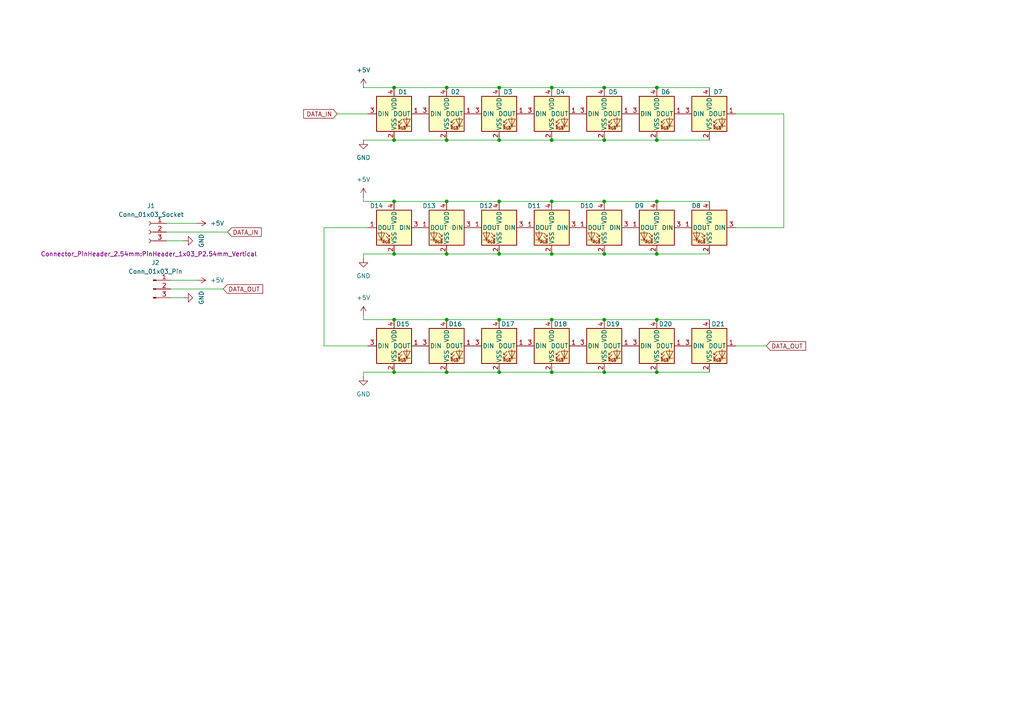
<source format=kicad_sch>
(kicad_sch (version 20231120) (generator "eeschema") (generator_version "8.0")
  (paper "A4")
  (lib_symbols
    (symbol "Connector:Conn_01x03_Pin" (pin_names (offset 1.016) hide)
      (property "Reference" "J" (at 0 5.08 0))
      (property "Value" "Conn_01x03_Pin" (at 0 -5.08 0))
      (symbol "Conn_01x03_Pin_1_1"
        (polyline (pts (xy 1.27 -2.54) (xy 0.8636 -2.54)) (stroke (width 0.1524)))
        (polyline (pts (xy 1.27 0) (xy 0.8636 0)) (stroke (width 0.1524)))
        (polyline (pts (xy 1.27 2.54) (xy 0.8636 2.54)) (stroke (width 0.1524)))
        (rectangle (start 0.8636 -2.413) (end 0 -2.667) (stroke (width 0.1524)) (fill (type outline)))
        (rectangle (start 0.8636 0.127) (end 0 -0.127) (stroke (width 0.1524)) (fill (type outline)))
        (rectangle (start 0.8636 2.667) (end 0 2.413) (stroke (width 0.1524)) (fill (type outline)))
        (pin passive line (at 5.08 2.54 180) (length 3.81) (name "Pin_1") (number "1"))
        (pin passive line (at 5.08 0 180) (length 3.81) (name "Pin_2") (number "2"))
        (pin passive line (at 5.08 -2.54 180) (length 3.81) (name "Pin_3") (number "3"))
      )
    )
    (symbol "Connector:Conn_01x03_Socket" (pin_names (offset 1.016) hide)
      (property "Reference" "J" (at 0 5.08 0))
      (property "Value" "Conn_01x03_Socket" (at 0 -5.08 0))
      (symbol "Conn_01x03_Socket_1_1"
        (arc (start 0 -2.032) (mid -0.5058 -2.54) (end 0 -3.048) (stroke (width 0.1524)))
        (polyline (pts (xy -1.27 -2.54) (xy -0.508 -2.54)) (stroke (width 0.1524)))
        (polyline (pts (xy -1.27 0) (xy -0.508 0)) (stroke (width 0.1524)))
        (polyline (pts (xy -1.27 2.54) (xy -0.508 2.54)) (stroke (width 0.1524)))
        (arc (start 0 0.508) (mid -0.5058 0) (end 0 -0.508) (stroke (width 0.1524)))
        (arc (start 0 3.048) (mid -0.5058 2.54) (end 0 2.032) (stroke (width 0.1524)))
        (pin passive line (at -5.08 2.54 0) (length 3.81) (name "Pin_1") (number "1"))
        (pin passive line (at -5.08 0 0) (length 3.81) (name "Pin_2") (number "2"))
        (pin passive line (at -5.08 -2.54 0) (length 3.81) (name "Pin_3") (number "3"))
      )
    )
    (symbol "LED:WS2812B-2020" (pin_names (offset 0.254))
      (property "Reference" "D" (at 5.08 5.715 0))
      (property "Value" "WS2812B-2020" (at 1.27 -5.715 0))
      (symbol "WS2812B-2020_0_0"
        (text "RGB" (at 2.286 -4.191 0) (effects (font (size 0.762 0.762))))
      )
      (symbol "WS2812B-2020_0_1"
        (polyline (pts (xy 1.27 -3.556) (xy 1.778 -3.556)))
        (polyline (pts (xy 1.27 -2.54) (xy 1.778 -2.54)))
        (polyline (pts (xy 4.699 -3.556) (xy 2.667 -3.556)))
        (polyline (pts (xy 2.286 -2.54) (xy 1.27 -3.556) (xy 1.27 -3.048)))
        (polyline (pts (xy 2.286 -1.524) (xy 1.27 -2.54) (xy 1.27 -2.032)))
        (polyline (pts (xy 3.683 -1.016) (xy 3.683 -3.556) (xy 3.683 -4.064)))
        (polyline (pts (xy 4.699 -1.524) (xy 2.667 -1.524) (xy 3.683 -3.556) (xy 4.699 -1.524)))
        (rectangle (start 5.08 5.08) (end -5.08 -5.08) (stroke (width 0.254)) (fill (type background)))
      )
      (symbol "WS2812B-2020_1_1"
        (pin output line (at 7.62 0 180) (length 2.54) (name "DOUT") (number "1"))
        (pin power_in line (at 0 -7.62 90) (length 2.54) (name "VSS") (number "2"))
        (pin input line (at -7.62 0 0) (length 2.54) (name "DIN") (number "3"))
        (pin power_in line (at 0 7.62 270) (length 2.54) (name "VDD") (number "4"))
      )
    )
    (symbol "power:+5V" (power) (pin_numbers hide) (pin_names (offset 0) hide)
      (property "Value" "+5V" (at 0 3.556 0))
      (symbol "+5V_0_1"
        (polyline (pts (xy -0.762 1.27) (xy 0 2.54)))
        (polyline (pts (xy 0 0) (xy 0 2.54)))
        (polyline (pts (xy 0 2.54) (xy 0.762 1.27)))
      )
      (symbol "+5V_1_1"
        (pin power_in line (at 0 0 90) (length 0) (name "~") (number "1"))
      )
    )
    (symbol "power:GND" (power) (pin_numbers hide) (pin_names (offset 0) hide)
      (property "Value" "GND" (at 0 -3.81 0))
      (symbol "GND_0_1"
        (polyline (pts (xy 0 0) (xy 0 -1.27) (xy 1.27 -1.27) (xy 0 -2.54) (xy -1.27 -1.27) (xy 0 -1.27)))
      )
      (symbol "GND_1_1"
        (pin power_in line (at 0 0 270) (length 0) (name "~") (number "1"))
      )
    )
  )
  (junction (at 175.26 25.4))
  (junction (at 129.54 107.95))
  (junction (at 129.54 73.66))
  (junction (at 160.02 107.95))
  (junction (at 160.02 25.4))
  (junction (at 114.3 107.95))
  (junction (at 190.5 73.66))
  (junction (at 129.54 58.42))
  (junction (at 190.5 25.4))
  (junction (at 114.3 25.4))
  (junction (at 190.5 107.95))
  (junction (at 114.3 73.66))
  (junction (at 144.78 40.64))
  (junction (at 160.02 73.66))
  (junction (at 190.5 58.42))
  (junction (at 129.54 92.71))
  (junction (at 160.02 92.71))
  (junction (at 175.26 107.95))
  (junction (at 144.78 58.42))
  (junction (at 160.02 40.64))
  (junction (at 144.78 25.4))
  (junction (at 114.3 92.71))
  (junction (at 175.26 40.64))
  (junction (at 190.5 92.71))
  (junction (at 175.26 58.42))
  (junction (at 129.54 40.64))
  (junction (at 190.5 40.64))
  (junction (at 144.78 73.66))
  (junction (at 175.26 92.71))
  (junction (at 144.78 107.95))
  (junction (at 129.54 25.4))
  (junction (at 160.02 58.42))
  (junction (at 114.3 58.42))
  (junction (at 175.26 73.66))
  (junction (at 144.78 92.71))
  (junction (at 114.3 40.64))
  (wire (pts (xy 105.41 58.42) (xy 114.3 58.42)))
  (wire (pts (xy 114.3 92.71) (xy 129.54 92.71)))
  (wire (pts (xy 114.3 25.4) (xy 129.54 25.4)))
  (wire (pts (xy 105.41 92.71) (xy 114.3 92.71)))
  (wire (pts (xy 105.41 91.44) (xy 105.41 92.71)))
  (wire (pts (xy 129.54 40.64) (xy 144.78 40.64)))
  (wire (pts (xy 160.02 25.4) (xy 175.26 25.4)))
  (wire (pts (xy 114.3 40.64) (xy 129.54 40.64)))
  (wire (pts (xy 227.33 66.04) (xy 227.33 33.02)))
  (wire (pts (xy 175.26 25.4) (xy 190.5 25.4)))
  (wire (pts (xy 144.78 25.4) (xy 160.02 25.4)))
  (wire (pts (xy 105.41 40.64) (xy 114.3 40.64)))
  (wire (pts (xy 160.02 92.71) (xy 175.26 92.71)))
  (wire (pts (xy 105.41 25.4) (xy 114.3 25.4)))
  (wire (pts (xy 190.5 73.66) (xy 205.74 73.66)))
  (wire (pts (xy 175.26 58.42) (xy 190.5 58.42)))
  (wire (pts (xy 129.54 73.66) (xy 144.78 73.66)))
  (wire (pts (xy 105.41 57.15) (xy 105.41 58.42)))
  (wire (pts (xy 114.3 58.42) (xy 129.54 58.42)))
  (wire (pts (xy 175.26 73.66) (xy 190.5 73.66)))
  (wire (pts (xy 144.78 107.95) (xy 160.02 107.95)))
  (wire (pts (xy 93.98 100.33) (xy 106.68 100.33)))
  (wire (pts (xy 213.36 33.02) (xy 227.33 33.02)))
  (wire (pts (xy 190.5 40.64) (xy 205.74 40.64)))
  (wire (pts (xy 144.78 58.42) (xy 160.02 58.42)))
  (wire (pts (xy 114.3 73.66) (xy 129.54 73.66)))
  (wire (pts (xy 144.78 92.71) (xy 160.02 92.71)))
  (wire (pts (xy 105.41 107.95) (xy 105.41 109.22)))
  (wire (pts (xy 105.41 73.66) (xy 114.3 73.66)))
  (wire (pts (xy 160.02 107.95) (xy 175.26 107.95)))
  (wire (pts (xy 129.54 92.71) (xy 144.78 92.71)))
  (wire (pts (xy 105.41 73.66) (xy 105.41 74.93)))
  (wire (pts (xy 160.02 40.64) (xy 175.26 40.64)))
  (wire (pts (xy 144.78 40.64) (xy 160.02 40.64)))
  (wire (pts (xy 114.3 107.95) (xy 129.54 107.95)))
  (wire (pts (xy 48.26 67.31) (xy 66.04 67.31)))
  (wire (pts (xy 160.02 73.66) (xy 175.26 73.66)))
  (wire (pts (xy 48.26 69.85) (xy 53.34 69.85)))
  (wire (pts (xy 49.53 81.28) (xy 57.15 81.28)))
  (wire (pts (xy 190.5 58.42) (xy 205.74 58.42)))
  (wire (pts (xy 144.78 73.66) (xy 160.02 73.66)))
  (wire (pts (xy 49.53 86.36) (xy 53.34 86.36)))
  (wire (pts (xy 175.26 107.95) (xy 190.5 107.95)))
  (wire (pts (xy 175.26 92.71) (xy 190.5 92.71)))
  (wire (pts (xy 105.41 107.95) (xy 114.3 107.95)))
  (wire (pts (xy 160.02 58.42) (xy 175.26 58.42)))
  (wire (pts (xy 93.98 66.04) (xy 106.68 66.04)))
  (wire (pts (xy 213.36 100.33) (xy 222.25 100.33)))
  (wire (pts (xy 175.26 40.64) (xy 190.5 40.64)))
  (wire (pts (xy 190.5 25.4) (xy 205.74 25.4)))
  (wire (pts (xy 93.98 66.04) (xy 93.98 100.33)))
  (wire (pts (xy 49.53 83.82) (xy 64.77 83.82)))
  (wire (pts (xy 190.5 107.95) (xy 205.74 107.95)))
  (wire (pts (xy 97.79 33.02) (xy 106.68 33.02)))
  (wire (pts (xy 129.54 58.42) (xy 144.78 58.42)))
  (wire (pts (xy 213.36 66.04) (xy 227.33 66.04)))
  (wire (pts (xy 48.26 64.77) (xy 57.15 64.77)))
  (wire (pts (xy 129.54 107.95) (xy 144.78 107.95)))
  (wire (pts (xy 190.5 92.71) (xy 205.74 92.71)))
  (wire (pts (xy 129.54 25.4) (xy 144.78 25.4)))
  (global_label "DATA_OUT" (shape input) (at 64.77 83.82 0) (property "Intersheetrefs" "${INTERSHEET_REFS}" (effects (hide yes))))
  (global_label "DATA_IN" (shape input) (at 97.79 33.02 180) (property "Intersheetrefs" "${INTERSHEET_REFS}" (effects (hide yes))))
  (global_label "DATA_IN" (shape input) (at 66.04 67.31 0) (property "Intersheetrefs" "${INTERSHEET_REFS}" (effects (hide yes))))
  (global_label "DATA_OUT" (shape input) (at 222.25 100.33 0) (property "Intersheetrefs" "${INTERSHEET_REFS}" (effects (hide yes))))
  (symbol (lib_id "power:+5V") (at 105.41 25.4 0) (unit 1)
    (property "Reference" "#PWR02" (effects (hide yes)))
    (property "Value" "+5V" (at 105.41 20.32 0))
    (property "Description" "Power symbol creates a global label with name \"+5V\"" (effects (hide yes)))
  )
  (symbol (lib_id "LED:WS2812B-2020") (at 160.02 33.02 0) (unit 1)
    (property "Reference" "D4" (at 162.56 26.67 0))
    (property "Value" "WS2812B-2020" (effects (hide yes)))
    (property "Footprint" "LED_SMD:LED_WS2812B-2020_PLCC4_2.0x2.0mm" (effects (hide yes)))
    (property "Datasheet" "https://cdn-shop.adafruit.com/product-files/4684/4684_WS2812B-2020_V1.3_EN.pdf" (effects (hide yes)))
    (property "Description" "RGB LED with integrated controller, 2.0 x 2.0 mm, 12 mA" (effects (hide yes)))
  )
  (symbol (lib_id "power:GND") (at 105.41 109.22 0) (unit 1)
    (property "Reference" "#PWR06" (effects (hide yes)))
    (property "Value" "GND" (at 105.41 114.3 0))
    (property "Description" "Power symbol creates a global label with name \"GND\" , ground" (effects (hide yes)))
  )
  (symbol (lib_id "Connector:Conn_01x03_Pin") (at 44.45 83.82 0) (unit 1) (in_bom no)
    (property "Reference" "J2" (at 45.085 76.2 0))
    (property "Value" "Conn_01x03_Pin" (at 45.085 78.74 0))
    (property "Footprint" "Connector_PinHeader_2.54mm:PinHeader_1x03_P2.54mm_Vertical" (effects (hide yes)))
    (property "Description" "Generic connector, single row, 01x03, script generated" (effects (hide yes)))
  )
  (symbol (lib_id "power:GND") (at 53.34 86.36 90) (unit 1)
    (property "Reference" "#PWR011" (effects (hide yes)))
    (property "Value" "GND" (at 58.42 86.36 0))
    (property "Description" "Power symbol creates a global label with name \"GND\" , ground" (effects (hide yes)))
  )
  (symbol (lib_id "LED:WS2812B-2020") (at 114.3 33.02 0) (unit 1)
    (property "Reference" "D1" (at 116.84 26.67 0))
    (property "Value" "WS2812B-2020" (effects (hide yes)))
    (property "Footprint" "LED_SMD:LED_WS2812B-2020_PLCC4_2.0x2.0mm" (effects (hide yes)))
    (property "Datasheet" "https://cdn-shop.adafruit.com/product-files/4684/4684_WS2812B-2020_V1.3_EN.pdf" (effects (hide yes)))
    (property "Description" "RGB LED with integrated controller, 2.0 x 2.0 mm, 12 mA" (effects (hide yes)))
  )
  (symbol (lib_id "power:GND") (at 105.41 40.64 0) (unit 1)
    (property "Reference" "#PWR01" (effects (hide yes)))
    (property "Value" "GND" (at 105.41 45.72 0))
    (property "Description" "Power symbol creates a global label with name \"GND\" , ground" (effects (hide yes)))
  )
  (symbol (lib_id "LED:WS2812B-2020") (at 114.3 100.33 0) (unit 1)
    (property "Reference" "D15" (at 116.84 93.98 0))
    (property "Value" "WS2812B-2020" (effects (hide yes)))
    (property "Footprint" "LED_SMD:LED_WS2812B-2020_PLCC4_2.0x2.0mm" (effects (hide yes)))
    (property "Datasheet" "https://cdn-shop.adafruit.com/product-files/4684/4684_WS2812B-2020_V1.3_EN.pdf" (effects (hide yes)))
    (property "Description" "RGB LED with integrated controller, 2.0 x 2.0 mm, 12 mA" (effects (hide yes)))
  )
  (symbol (lib_id "LED:WS2812B-2020") (at 129.54 100.33 0) (unit 1)
    (property "Reference" "D16" (at 132.08 93.98 0))
    (property "Value" "WS2812B-2020" (effects (hide yes)))
    (property "Footprint" "LED_SMD:LED_WS2812B-2020_PLCC4_2.0x2.0mm" (effects (hide yes)))
    (property "Datasheet" "https://cdn-shop.adafruit.com/product-files/4684/4684_WS2812B-2020_V1.3_EN.pdf" (effects (hide yes)))
    (property "Description" "RGB LED with integrated controller, 2.0 x 2.0 mm, 12 mA" (effects (hide yes)))
  )
  (symbol (lib_id "LED:WS2812B-2020") (at 144.78 33.02 0) (unit 1)
    (property "Reference" "D3" (at 147.32 26.67 0))
    (property "Value" "WS2812B-2020" (effects (hide yes)))
    (property "Footprint" "LED_SMD:LED_WS2812B-2020_PLCC4_2.0x2.0mm" (effects (hide yes)))
    (property "Datasheet" "https://cdn-shop.adafruit.com/product-files/4684/4684_WS2812B-2020_V1.3_EN.pdf" (effects (hide yes)))
    (property "Description" "RGB LED with integrated controller, 2.0 x 2.0 mm, 12 mA" (effects (hide yes)))
  )
  (symbol (lib_id "power:GND") (at 53.34 69.85 90) (unit 1)
    (property "Reference" "#PWR010" (effects (hide yes)))
    (property "Value" "GND" (at 58.42 69.85 0))
    (property "Description" "Power symbol creates a global label with name \"GND\" , ground" (effects (hide yes)))
  )
  (symbol (lib_id "LED:WS2812B-2020") (at 129.54 66.04 0) (mirror y) (unit 1)
    (property "Reference" "D13" (at 124.46 59.69 0))
    (property "Value" "WS2812B-2020" (effects (hide yes)))
    (property "Footprint" "LED_SMD:LED_WS2812B-2020_PLCC4_2.0x2.0mm" (effects (hide yes)))
    (property "Datasheet" "https://cdn-shop.adafruit.com/product-files/4684/4684_WS2812B-2020_V1.3_EN.pdf" (effects (hide yes)))
    (property "Description" "RGB LED with integrated controller, 2.0 x 2.0 mm, 12 mA" (effects (hide yes)))
  )
  (symbol (lib_id "LED:WS2812B-2020") (at 175.26 100.33 0) (unit 1)
    (property "Reference" "D19" (at 177.8 93.98 0))
    (property "Value" "WS2812B-2020" (effects (hide yes)))
    (property "Footprint" "LED_SMD:LED_WS2812B-2020_PLCC4_2.0x2.0mm" (effects (hide yes)))
    (property "Datasheet" "https://cdn-shop.adafruit.com/product-files/4684/4684_WS2812B-2020_V1.3_EN.pdf" (effects (hide yes)))
    (property "Description" "RGB LED with integrated controller, 2.0 x 2.0 mm, 12 mA" (effects (hide yes)))
  )
  (symbol (lib_id "LED:WS2812B-2020") (at 175.26 33.02 0) (unit 1)
    (property "Reference" "D5" (at 177.8 26.67 0))
    (property "Value" "WS2812B-2020" (effects (hide yes)))
    (property "Footprint" "LED_SMD:LED_WS2812B-2020_PLCC4_2.0x2.0mm" (effects (hide yes)))
    (property "Datasheet" "https://cdn-shop.adafruit.com/product-files/4684/4684_WS2812B-2020_V1.3_EN.pdf" (effects (hide yes)))
    (property "Description" "RGB LED with integrated controller, 2.0 x 2.0 mm, 12 mA" (effects (hide yes)))
  )
  (symbol (lib_id "power:+5V") (at 105.41 57.15 0) (unit 1)
    (property "Reference" "#PWR03" (effects (hide yes)))
    (property "Value" "+5V" (at 105.41 52.07 0))
    (property "Description" "Power symbol creates a global label with name \"+5V\"" (effects (hide yes)))
  )
  (symbol (lib_id "Connector:Conn_01x03_Socket") (at 43.18 67.31 0) (mirror y) (unit 1) (on_board no)
    (property "Reference" "J1" (at 43.815 59.69 0))
    (property "Value" "Conn_01x03_Socket" (at 43.815 62.23 0))
    (property "Footprint" "Connector_PinHeader_2.54mm:PinHeader_1x03_P2.54mm_Vertical" (at 43.18 73.66 0))
    (property "Description" "Generic connector, single row, 01x03, script generated" (effects (hide yes)))
  )
  (symbol (lib_id "power:+5V") (at 105.41 91.44 0) (unit 1)
    (property "Reference" "#PWR05" (effects (hide yes)))
    (property "Value" "+5V" (at 105.41 86.36 0))
    (property "Description" "Power symbol creates a global label with name \"+5V\"" (effects (hide yes)))
  )
  (symbol (lib_id "LED:WS2812B-2020") (at 144.78 100.33 0) (unit 1)
    (property "Reference" "D17" (at 147.32 93.98 0))
    (property "Value" "WS2812B-2020" (effects (hide yes)))
    (property "Footprint" "LED_SMD:LED_WS2812B-2020_PLCC4_2.0x2.0mm" (effects (hide yes)))
    (property "Datasheet" "https://cdn-shop.adafruit.com/product-files/4684/4684_WS2812B-2020_V1.3_EN.pdf" (effects (hide yes)))
    (property "Description" "RGB LED with integrated controller, 2.0 x 2.0 mm, 12 mA" (effects (hide yes)))
  )
  (symbol (lib_id "LED:WS2812B-2020") (at 205.74 33.02 0) (unit 1)
    (property "Reference" "D7" (at 208.28 26.67 0))
    (property "Value" "WS2812B-2020" (effects (hide yes)))
    (property "Footprint" "LED_SMD:LED_WS2812B-2020_PLCC4_2.0x2.0mm" (effects (hide yes)))
    (property "Datasheet" "https://cdn-shop.adafruit.com/product-files/4684/4684_WS2812B-2020_V1.3_EN.pdf" (effects (hide yes)))
    (property "Description" "RGB LED with integrated controller, 2.0 x 2.0 mm, 12 mA" (effects (hide yes)))
  )
  (symbol (lib_id "LED:WS2812B-2020") (at 205.74 66.04 0) (mirror y) (unit 1)
    (property "Reference" "D8" (at 201.93 59.69 0))
    (property "Value" "WS2812B-2020" (effects (hide yes)))
    (property "Footprint" "LED_SMD:LED_WS2812B-2020_PLCC4_2.0x2.0mm" (effects (hide yes)))
    (property "Datasheet" "https://cdn-shop.adafruit.com/product-files/4684/4684_WS2812B-2020_V1.3_EN.pdf" (effects (hide yes)))
    (property "Description" "RGB LED with integrated controller, 2.0 x 2.0 mm, 12 mA" (effects (hide yes)))
  )
  (symbol (lib_id "LED:WS2812B-2020") (at 190.5 100.33 0) (unit 1)
    (property "Reference" "D20" (at 193.04 93.98 0))
    (property "Value" "WS2812B-2020" (effects (hide yes)))
    (property "Footprint" "LED_SMD:LED_WS2812B-2020_PLCC4_2.0x2.0mm" (effects (hide yes)))
    (property "Datasheet" "https://cdn-shop.adafruit.com/product-files/4684/4684_WS2812B-2020_V1.3_EN.pdf" (effects (hide yes)))
    (property "Description" "RGB LED with integrated controller, 2.0 x 2.0 mm, 12 mA" (effects (hide yes)))
  )
  (symbol (lib_id "power:GND") (at 105.41 74.93 0) (unit 1)
    (property "Reference" "#PWR04" (effects (hide yes)))
    (property "Value" "GND" (at 105.41 80.01 0))
    (property "Description" "Power symbol creates a global label with name \"GND\" , ground" (effects (hide yes)))
  )
  (symbol (lib_id "LED:WS2812B-2020") (at 160.02 100.33 0) (unit 1)
    (property "Reference" "D18" (at 162.56 93.98 0))
    (property "Value" "WS2812B-2020" (effects (hide yes)))
    (property "Footprint" "LED_SMD:LED_WS2812B-2020_PLCC4_2.0x2.0mm" (effects (hide yes)))
    (property "Datasheet" "https://cdn-shop.adafruit.com/product-files/4684/4684_WS2812B-2020_V1.3_EN.pdf" (effects (hide yes)))
    (property "Description" "RGB LED with integrated controller, 2.0 x 2.0 mm, 12 mA" (effects (hide yes)))
  )
  (symbol (lib_id "LED:WS2812B-2020") (at 190.5 33.02 0) (unit 1)
    (property "Reference" "D6" (at 193.04 26.67 0))
    (property "Value" "WS2812B-2020" (effects (hide yes)))
    (property "Footprint" "LED_SMD:LED_WS2812B-2020_PLCC4_2.0x2.0mm" (effects (hide yes)))
    (property "Datasheet" "https://cdn-shop.adafruit.com/product-files/4684/4684_WS2812B-2020_V1.3_EN.pdf" (effects (hide yes)))
    (property "Description" "RGB LED with integrated controller, 2.0 x 2.0 mm, 12 mA" (effects (hide yes)))
  )
  (symbol (lib_id "LED:WS2812B-2020") (at 114.3 66.04 0) (mirror y) (unit 1)
    (property "Reference" "D14" (at 109.22 59.69 0))
    (property "Value" "WS2812B-2020" (effects (hide yes)))
    (property "Footprint" "LED_SMD:LED_WS2812B-2020_PLCC4_2.0x2.0mm" (effects (hide yes)))
    (property "Datasheet" "https://cdn-shop.adafruit.com/product-files/4684/4684_WS2812B-2020_V1.3_EN.pdf" (effects (hide yes)))
    (property "Description" "RGB LED with integrated controller, 2.0 x 2.0 mm, 12 mA" (effects (hide yes)))
  )
  (symbol (lib_id "LED:WS2812B-2020") (at 205.74 100.33 0) (unit 1)
    (property "Reference" "D21" (at 208.28 93.98 0))
    (property "Value" "WS2812B-2020" (effects (hide yes)))
    (property "Footprint" "LED_SMD:LED_WS2812B-2020_PLCC4_2.0x2.0mm" (effects (hide yes)))
    (property "Datasheet" "https://cdn-shop.adafruit.com/product-files/4684/4684_WS2812B-2020_V1.3_EN.pdf" (effects (hide yes)))
    (property "Description" "RGB LED with integrated controller, 2.0 x 2.0 mm, 12 mA" (effects (hide yes)))
  )
  (symbol (lib_id "LED:WS2812B-2020") (at 129.54 33.02 0) (unit 1)
    (property "Reference" "D2" (at 132.08 26.67 0))
    (property "Value" "WS2812B-2020" (effects (hide yes)))
    (property "Footprint" "LED_SMD:LED_WS2812B-2020_PLCC4_2.0x2.0mm" (effects (hide yes)))
    (property "Datasheet" "https://cdn-shop.adafruit.com/product-files/4684/4684_WS2812B-2020_V1.3_EN.pdf" (effects (hide yes)))
    (property "Description" "RGB LED with integrated controller, 2.0 x 2.0 mm, 12 mA" (effects (hide yes)))
  )
  (symbol (lib_id "LED:WS2812B-2020") (at 190.5 66.04 0) (mirror y) (unit 1)
    (property "Reference" "D9" (at 185.42 59.69 0))
    (property "Value" "WS2812B-2020" (effects (hide yes)))
    (property "Footprint" "LED_SMD:LED_WS2812B-2020_PLCC4_2.0x2.0mm" (effects (hide yes)))
    (property "Datasheet" "https://cdn-shop.adafruit.com/product-files/4684/4684_WS2812B-2020_V1.3_EN.pdf" (effects (hide yes)))
    (property "Description" "RGB LED with integrated controller, 2.0 x 2.0 mm, 12 mA" (effects (hide yes)))
  )
  (symbol (lib_id "LED:WS2812B-2020") (at 175.26 66.04 0) (mirror y) (unit 1)
    (property "Reference" "D10" (at 170.18 59.69 0))
    (property "Value" "WS2812B-2020" (effects (hide yes)))
    (property "Footprint" "LED_SMD:LED_WS2812B-2020_PLCC4_2.0x2.0mm" (effects (hide yes)))
    (property "Datasheet" "https://cdn-shop.adafruit.com/product-files/4684/4684_WS2812B-2020_V1.3_EN.pdf" (effects (hide yes)))
    (property "Description" "RGB LED with integrated controller, 2.0 x 2.0 mm, 12 mA" (effects (hide yes)))
  )
  (symbol (lib_id "power:+5V") (at 57.15 64.77 270) (unit 1)
    (property "Reference" "#PWR09" (effects (hide yes)))
    (property "Value" "+5V" (at 60.96 64.7699 90) (effects (justify left)))
    (property "Description" "Power symbol creates a global label with name \"+5V\"" (effects (hide yes)))
  )
  (symbol (lib_id "LED:WS2812B-2020") (at 160.02 66.04 0) (mirror y) (unit 1)
    (property "Reference" "D11" (at 154.94 59.69 0))
    (property "Value" "WS2812B-2020" (effects (hide yes)))
    (property "Footprint" "LED_SMD:LED_WS2812B-2020_PLCC4_2.0x2.0mm" (effects (hide yes)))
    (property "Datasheet" "https://cdn-shop.adafruit.com/product-files/4684/4684_WS2812B-2020_V1.3_EN.pdf" (effects (hide yes)))
    (property "Description" "RGB LED with integrated controller, 2.0 x 2.0 mm, 12 mA" (effects (hide yes)))
  )
  (symbol (lib_id "power:+5V") (at 57.15 81.28 270) (unit 1)
    (property "Reference" "#PWR012" (effects (hide yes)))
    (property "Value" "+5V" (at 60.96 81.2799 90) (effects (justify left)))
    (property "Description" "Power symbol creates a global label with name \"+5V\"" (effects (hide yes)))
  )
  (symbol (lib_id "LED:WS2812B-2020") (at 144.78 66.04 0) (mirror y) (unit 1)
    (property "Reference" "D12" (at 140.97 59.69 0))
    (property "Value" "WS2812B-2020" (effects (hide yes)))
    (property "Footprint" "LED_SMD:LED_WS2812B-2020_PLCC4_2.0x2.0mm" (effects (hide yes)))
    (property "Datasheet" "https://cdn-shop.adafruit.com/product-files/4684/4684_WS2812B-2020_V1.3_EN.pdf" (effects (hide yes)))
    (property "Description" "RGB LED with integrated controller, 2.0 x 2.0 mm, 12 mA" (effects (hide yes)))
  )
)
</source>
